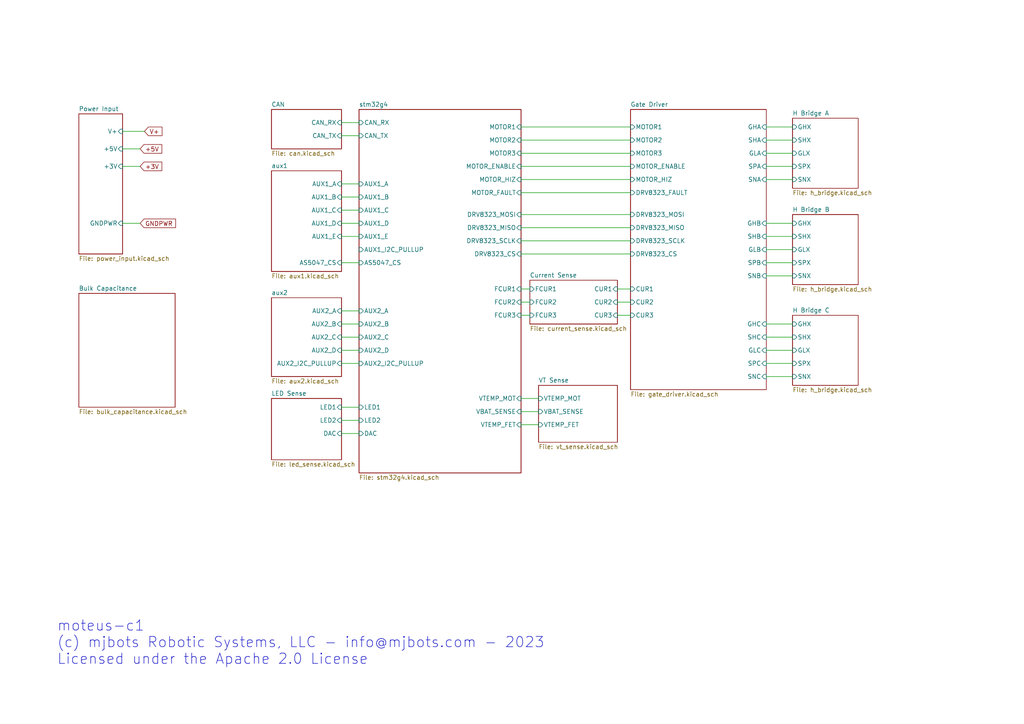
<source format=kicad_sch>
(kicad_sch (version 20230121) (generator eeschema)

  (uuid bd70986b-b0dc-4add-82aa-78459b97d0c4)

  (paper "A4")

  (title_block
    (title "moteus-c1")
    (rev "1.1")
  )

  (lib_symbols
  )


  (wire (pts (xy 222.25 40.64) (xy 229.87 40.64))
    (stroke (width 0) (type default))
    (uuid 0453d13e-9080-4435-bba4-fa9a0ddcebb0)
  )
  (wire (pts (xy 222.25 72.39) (xy 229.87 72.39))
    (stroke (width 0) (type default))
    (uuid 06cebf6d-32e3-4fe3-944f-1dadb524f351)
  )
  (wire (pts (xy 99.06 125.73) (xy 104.14 125.73))
    (stroke (width 0) (type default))
    (uuid 0782cdb1-943c-40e4-8735-cf8a0a43bf93)
  )
  (wire (pts (xy 222.25 101.6) (xy 229.87 101.6))
    (stroke (width 0) (type default))
    (uuid 1033ac11-18b4-4320-97dd-9f009dcd35e6)
  )
  (wire (pts (xy 151.13 91.44) (xy 153.67 91.44))
    (stroke (width 0) (type default))
    (uuid 1865345f-fe97-471a-9109-72d0ada36363)
  )
  (wire (pts (xy 99.06 53.34) (xy 104.14 53.34))
    (stroke (width 0) (type default))
    (uuid 1ec38ec3-0093-4da9-b03a-57f768c9a937)
  )
  (wire (pts (xy 222.25 36.83) (xy 229.87 36.83))
    (stroke (width 0) (type default))
    (uuid 24001307-4503-463f-9e64-b03ff696eac6)
  )
  (wire (pts (xy 151.13 40.64) (xy 182.88 40.64))
    (stroke (width 0) (type default))
    (uuid 2c766db2-a1c1-4d45-882e-6e2b971b0721)
  )
  (wire (pts (xy 179.07 91.44) (xy 182.88 91.44))
    (stroke (width 0) (type default))
    (uuid 33b92c91-c855-4ed8-a118-03f490120128)
  )
  (wire (pts (xy 222.25 48.26) (xy 229.87 48.26))
    (stroke (width 0) (type default))
    (uuid 3697ced4-034c-4d38-9978-7841bc5ec705)
  )
  (wire (pts (xy 151.13 36.83) (xy 182.88 36.83))
    (stroke (width 0) (type default))
    (uuid 37eacf1f-e12b-449f-be81-415a3cf7c255)
  )
  (wire (pts (xy 99.06 64.77) (xy 104.14 64.77))
    (stroke (width 0) (type default))
    (uuid 3b070ee2-69ea-4a8e-8387-bce930f11d2c)
  )
  (wire (pts (xy 99.06 60.96) (xy 104.14 60.96))
    (stroke (width 0) (type default))
    (uuid 3c6cdbdd-80a6-4106-a104-ecf2b8dcdc78)
  )
  (wire (pts (xy 151.13 87.63) (xy 153.67 87.63))
    (stroke (width 0) (type default))
    (uuid 41888145-369c-4744-af8a-6f546c2f535e)
  )
  (wire (pts (xy 222.25 109.22) (xy 229.87 109.22))
    (stroke (width 0) (type default))
    (uuid 4206b13f-87f6-4911-a518-70be2f7bf3b6)
  )
  (wire (pts (xy 222.25 64.77) (xy 229.87 64.77))
    (stroke (width 0) (type default))
    (uuid 43830f74-4b7a-41f1-a6fd-b5d139b546fe)
  )
  (wire (pts (xy 35.56 64.77) (xy 40.64 64.77))
    (stroke (width 0) (type default))
    (uuid 463da0ce-dcdb-40a9-9496-18c3ea487abf)
  )
  (wire (pts (xy 179.07 87.63) (xy 182.88 87.63))
    (stroke (width 0) (type default))
    (uuid 481e7171-3215-4a72-925a-c2c2e16bec08)
  )
  (wire (pts (xy 99.06 97.79) (xy 104.14 97.79))
    (stroke (width 0) (type default))
    (uuid 4bccdd40-a79b-4a84-9488-170b62bc37aa)
  )
  (wire (pts (xy 151.13 83.82) (xy 153.67 83.82))
    (stroke (width 0) (type default))
    (uuid 4d9100c2-9bbc-45c4-beb1-738fa3de1d21)
  )
  (wire (pts (xy 222.25 97.79) (xy 229.87 97.79))
    (stroke (width 0) (type default))
    (uuid 4e3b4b01-870a-4a40-8b1d-bd18afe20538)
  )
  (wire (pts (xy 99.06 39.37) (xy 104.14 39.37))
    (stroke (width 0) (type default))
    (uuid 4e9818c5-7afe-4557-93db-958cbe51a646)
  )
  (wire (pts (xy 99.06 93.98) (xy 104.14 93.98))
    (stroke (width 0) (type default))
    (uuid 4f6fa7af-a5fb-43de-b5a2-553fa64204bf)
  )
  (wire (pts (xy 99.06 76.2) (xy 104.14 76.2))
    (stroke (width 0) (type default))
    (uuid 53d35f48-69dd-4635-80ca-a660570cf0ad)
  )
  (wire (pts (xy 222.25 93.98) (xy 229.87 93.98))
    (stroke (width 0) (type default))
    (uuid 599dc9c1-f4f2-4c7a-9e70-5695e720f4be)
  )
  (wire (pts (xy 99.06 101.6) (xy 104.14 101.6))
    (stroke (width 0) (type default))
    (uuid 5ffd32fc-61c8-4e9c-bb5f-3b8d9b302d51)
  )
  (wire (pts (xy 222.25 80.01) (xy 229.87 80.01))
    (stroke (width 0) (type default))
    (uuid 66322f1e-d1e0-4ec7-81b9-3a270ade5f8c)
  )
  (wire (pts (xy 99.06 121.92) (xy 104.14 121.92))
    (stroke (width 0) (type default))
    (uuid 70ced2b9-d0e8-48c2-ba0a-334ea6d8527e)
  )
  (wire (pts (xy 222.25 44.45) (xy 229.87 44.45))
    (stroke (width 0) (type default))
    (uuid 764fc7a8-bd12-4cc1-8ba1-5aff1b2b240b)
  )
  (wire (pts (xy 179.07 83.82) (xy 182.88 83.82))
    (stroke (width 0) (type default))
    (uuid 796052cc-1a7f-4514-98b6-70235abdc736)
  )
  (wire (pts (xy 40.64 43.18) (xy 35.56 43.18))
    (stroke (width 0) (type default))
    (uuid 7a8aadcc-5b3d-488b-9981-a84a479324f6)
  )
  (wire (pts (xy 222.25 52.07) (xy 229.87 52.07))
    (stroke (width 0) (type default))
    (uuid 7c61daa9-f799-456f-aa33-deedbfa81e41)
  )
  (wire (pts (xy 222.25 76.2) (xy 229.87 76.2))
    (stroke (width 0) (type default))
    (uuid 844bbc3c-0f96-4d71-8729-f785ceede3ba)
  )
  (wire (pts (xy 99.06 90.17) (xy 104.14 90.17))
    (stroke (width 0) (type default))
    (uuid 869587b4-4881-478f-87cc-752617f71beb)
  )
  (wire (pts (xy 151.13 55.88) (xy 182.88 55.88))
    (stroke (width 0) (type default))
    (uuid 89048943-3ced-45eb-a09b-1b1c89518b0b)
  )
  (wire (pts (xy 151.13 115.57) (xy 156.21 115.57))
    (stroke (width 0) (type default))
    (uuid 8cb62fdb-6ac5-4472-9cd8-cfded8ae8821)
  )
  (wire (pts (xy 151.13 48.26) (xy 182.88 48.26))
    (stroke (width 0) (type default))
    (uuid 8d1a773c-86e9-4e11-a028-6c6e0603cc6c)
  )
  (wire (pts (xy 99.06 118.11) (xy 104.14 118.11))
    (stroke (width 0) (type default))
    (uuid 8e8b7372-6563-4416-a465-05790d18d53a)
  )
  (wire (pts (xy 151.13 62.23) (xy 182.88 62.23))
    (stroke (width 0) (type default))
    (uuid 8fa66462-4b3c-45ac-bf48-f15ee54cc6ff)
  )
  (wire (pts (xy 151.13 44.45) (xy 182.88 44.45))
    (stroke (width 0) (type default))
    (uuid 9088ed93-83bb-4519-9ee2-11879f8b914b)
  )
  (wire (pts (xy 99.06 35.56) (xy 104.14 35.56))
    (stroke (width 0) (type default))
    (uuid 931315d6-f4ac-478d-a428-b38de7e51198)
  )
  (wire (pts (xy 99.06 105.41) (xy 104.14 105.41))
    (stroke (width 0) (type default))
    (uuid 9408c1d2-8bfa-4a29-8ea1-0040de5150b0)
  )
  (wire (pts (xy 151.13 73.66) (xy 182.88 73.66))
    (stroke (width 0) (type default))
    (uuid 9cf5a255-a134-4763-929c-8318b91128be)
  )
  (wire (pts (xy 151.13 52.07) (xy 182.88 52.07))
    (stroke (width 0) (type default))
    (uuid ab89158e-aba2-44de-a418-05120789495b)
  )
  (wire (pts (xy 222.25 68.58) (xy 229.87 68.58))
    (stroke (width 0) (type default))
    (uuid b48d51bc-f669-43b6-8c37-2ef52649d2f0)
  )
  (wire (pts (xy 222.25 105.41) (xy 229.87 105.41))
    (stroke (width 0) (type default))
    (uuid b5c047f6-e70c-4f04-908a-cd6e9a92216a)
  )
  (wire (pts (xy 99.06 57.15) (xy 104.14 57.15))
    (stroke (width 0) (type default))
    (uuid bc91fbdf-b599-44b8-96ae-226361219fcf)
  )
  (wire (pts (xy 35.56 38.1) (xy 41.91 38.1))
    (stroke (width 0) (type default))
    (uuid c645c1ee-d10f-4128-b488-78b7aae92737)
  )
  (wire (pts (xy 151.13 123.19) (xy 156.21 123.19))
    (stroke (width 0) (type default))
    (uuid c71b479f-003b-4ff8-abd1-9c02abe4a90c)
  )
  (wire (pts (xy 99.06 68.58) (xy 104.14 68.58))
    (stroke (width 0) (type default))
    (uuid d2c7d05b-e2e1-4628-9e2f-9f550c4a3d62)
  )
  (wire (pts (xy 40.64 48.26) (xy 35.56 48.26))
    (stroke (width 0) (type default))
    (uuid da315b48-ff91-4de0-b484-94bca6b894c0)
  )
  (wire (pts (xy 151.13 119.38) (xy 156.21 119.38))
    (stroke (width 0) (type default))
    (uuid ed03b628-99ad-49fb-8a6a-d0df7f5c5d1d)
  )
  (wire (pts (xy 151.13 69.85) (xy 182.88 69.85))
    (stroke (width 0) (type default))
    (uuid f6009420-031e-4fc5-8440-c0e7ea54997e)
  )
  (wire (pts (xy 151.13 66.04) (xy 182.88 66.04))
    (stroke (width 0) (type default))
    (uuid ff2d98f1-52a1-4f36-89cb-d629dd695026)
  )

  (text "moteus-c1\n(c) mjbots Robotic Systems, LLC - info@mjbots.com - 2023\nLicensed under the Apache 2.0 License"
    (at 16.51 193.04 0)
    (effects (font (size 3 3)) (justify left bottom))
    (uuid e1dda6fd-0178-41ae-8fbc-01df90c7fa5a)
  )

  (global_label "+3V" (shape input) (at 40.64 48.26 0) (fields_autoplaced)
    (effects (font (size 1.27 1.27)) (justify left))
    (uuid 0add2a8d-7d75-4b82-9400-a19b1f33875f)
    (property "Intersheetrefs" "${INTERSHEET_REFS}" (at 47.4957 48.26 0)
      (effects (font (size 1.27 1.27)) (justify left) hide)
    )
  )
  (global_label "V+" (shape input) (at 41.91 38.1 0) (fields_autoplaced)
    (effects (font (size 1.27 1.27)) (justify left))
    (uuid 67f96dfa-4157-4fdb-9391-d94043ef23e9)
    (property "Intersheetrefs" "${INTERSHEET_REFS}" (at 47.5562 38.1 0)
      (effects (font (size 1.27 1.27)) (justify left) hide)
    )
  )
  (global_label "+5V" (shape input) (at 40.64 43.18 0) (fields_autoplaced)
    (effects (font (size 1.27 1.27)) (justify left))
    (uuid 6d3719a9-59ed-46ce-bdcb-f5077188ce3b)
    (property "Intersheetrefs" "${INTERSHEET_REFS}" (at 47.4957 43.18 0)
      (effects (font (size 1.27 1.27)) (justify left) hide)
    )
  )
  (global_label "GNDPWR" (shape input) (at 40.64 64.77 0) (fields_autoplaced)
    (effects (font (size 1.27 1.27)) (justify left))
    (uuid 6e68f8c3-fd1f-4ce1-8a3b-28de0a918834)
    (property "Intersheetrefs" "${INTERSHEET_REFS}" (at 51.4871 64.77 0)
      (effects (font (size 1.27 1.27)) (justify left) hide)
    )
  )

  (sheet (at 156.21 111.76) (size 22.86 16.51) (fields_autoplaced)
    (stroke (width 0.1524) (type solid))
    (fill (color 0 0 0 0.0000))
    (uuid 48d13d89-b8be-47a2-a862-a49a2f59de27)
    (property "Sheetname" "VT Sense" (at 156.21 111.0484 0)
      (effects (font (size 1.27 1.27)) (justify left bottom))
    )
    (property "Sheetfile" "vt_sense.kicad_sch" (at 156.21 128.8546 0)
      (effects (font (size 1.27 1.27)) (justify left top))
    )
    (pin "VBAT_SENSE" input (at 156.21 119.38 180)
      (effects (font (size 1.27 1.27)) (justify left))
      (uuid bbb3b8f2-9534-4eeb-9b65-d8eddf54a171)
    )
    (pin "VTEMP_FET" input (at 156.21 123.19 180)
      (effects (font (size 1.27 1.27)) (justify left))
      (uuid 29ddb265-c2e5-47df-b2a3-3d3d9f45eeb5)
    )
    (pin "VTEMP_MOT" input (at 156.21 115.57 180)
      (effects (font (size 1.27 1.27)) (justify left))
      (uuid f9c92c9e-6521-4e64-890d-03497dfa20b6)
    )
    (instances
      (project "moteus_c1"
        (path "/bd70986b-b0dc-4add-82aa-78459b97d0c4" (page "10"))
      )
    )
  )

  (sheet (at 78.74 115.57) (size 20.32 17.78) (fields_autoplaced)
    (stroke (width 0.1524) (type solid))
    (fill (color 0 0 0 0.0000))
    (uuid 54136a62-2cda-4bb6-b3b3-758464ba372d)
    (property "Sheetname" "LED Sense" (at 78.74 114.8584 0)
      (effects (font (size 1.27 1.27)) (justify left bottom))
    )
    (property "Sheetfile" "led_sense.kicad_sch" (at 78.74 133.9346 0)
      (effects (font (size 1.27 1.27)) (justify left top))
    )
    (pin "LED1" input (at 99.06 118.11 0)
      (effects (font (size 1.27 1.27)) (justify right))
      (uuid 52014f76-d07a-4d42-9dcc-359e348e63d2)
    )
    (pin "LED2" input (at 99.06 121.92 0)
      (effects (font (size 1.27 1.27)) (justify right))
      (uuid 3d783969-8eaf-44bf-9cb0-c9f481e259b3)
    )
    (pin "DAC" input (at 99.06 125.73 0)
      (effects (font (size 1.27 1.27)) (justify right))
      (uuid e9898270-2802-41e2-aed1-92397e843c02)
    )
    (instances
      (project "moteus_c1"
        (path "/bd70986b-b0dc-4add-82aa-78459b97d0c4" (page "13"))
      )
    )
  )

  (sheet (at 104.14 31.75) (size 46.99 105.41) (fields_autoplaced)
    (stroke (width 0.1524) (type solid))
    (fill (color 0 0 0 0.0000))
    (uuid 5e769ee1-ce48-46cf-88a7-f438acd37f48)
    (property "Sheetname" "stm32g4" (at 104.14 31.0384 0)
      (effects (font (size 1.27 1.27)) (justify left bottom))
    )
    (property "Sheetfile" "stm32g4.kicad_sch" (at 104.14 137.7446 0)
      (effects (font (size 1.27 1.27)) (justify left top))
    )
    (pin "MOTOR1" input (at 151.13 36.83 0)
      (effects (font (size 1.27 1.27)) (justify right))
      (uuid 70b10a71-a2e0-4954-a4d1-22aa9ee706f2)
    )
    (pin "MOTOR2" input (at 151.13 40.64 0)
      (effects (font (size 1.27 1.27)) (justify right))
      (uuid a3918b9f-bb98-4d3d-a359-83606ffa795e)
    )
    (pin "MOTOR3" input (at 151.13 44.45 0)
      (effects (font (size 1.27 1.27)) (justify right))
      (uuid 320f647b-4662-4273-9ab7-8ea6029950cb)
    )
    (pin "FCUR1" input (at 151.13 83.82 0)
      (effects (font (size 1.27 1.27)) (justify right))
      (uuid 0b64a39d-f353-4b46-9823-f94021a998cd)
    )
    (pin "FCUR2" input (at 151.13 87.63 0)
      (effects (font (size 1.27 1.27)) (justify right))
      (uuid 0614a92f-826d-43ce-babd-f4b388ad4f5c)
    )
    (pin "DAC" input (at 104.14 125.73 180)
      (effects (font (size 1.27 1.27)) (justify left))
      (uuid 4a4b986d-a676-4b7b-9a60-fb3218282e47)
    )
    (pin "AUX1_A" input (at 104.14 53.34 180)
      (effects (font (size 1.27 1.27)) (justify left))
      (uuid a27b1f1c-6a1d-49e4-9b87-01420245adbc)
    )
    (pin "VTEMP_MOT" input (at 151.13 115.57 0)
      (effects (font (size 1.27 1.27)) (justify right))
      (uuid b581ba8a-b98a-45f7-8dfc-9b74f99d3f59)
    )
    (pin "VBAT_SENSE" input (at 151.13 119.38 0)
      (effects (font (size 1.27 1.27)) (justify right))
      (uuid 981d6cda-c12b-44fa-9295-757ae7cc6947)
    )
    (pin "AUX2_B" input (at 104.14 93.98 180)
      (effects (font (size 1.27 1.27)) (justify left))
      (uuid 67889a2c-1018-4604-8628-d4a74123c04e)
    )
    (pin "AUX2_C" input (at 104.14 97.79 180)
      (effects (font (size 1.27 1.27)) (justify left))
      (uuid 6ddc16a0-38c2-46cf-b91c-e6ef3a427c96)
    )
    (pin "AUX1_C" input (at 104.14 60.96 180)
      (effects (font (size 1.27 1.27)) (justify left))
      (uuid 0f1a3287-731b-4b29-98c1-99e55d046400)
    )
    (pin "MOTOR_ENABLE" input (at 151.13 48.26 0)
      (effects (font (size 1.27 1.27)) (justify right))
      (uuid edecaf73-408c-4ae5-b7d2-88dffd5a12dc)
    )
    (pin "MOTOR_HIZ" input (at 151.13 52.07 0)
      (effects (font (size 1.27 1.27)) (justify right))
      (uuid 40c45712-b27d-4748-9ba4-bc903559b253)
    )
    (pin "AUX2_A" input (at 104.14 90.17 180)
      (effects (font (size 1.27 1.27)) (justify left))
      (uuid 1379d3fe-5875-465d-bffb-51da10eff678)
    )
    (pin "DRV8323_MOSI" input (at 151.13 62.23 0)
      (effects (font (size 1.27 1.27)) (justify right))
      (uuid b946a3ec-d305-4545-bf6f-dbb5bd44ae84)
    )
    (pin "DRV8323_MISO" input (at 151.13 66.04 0)
      (effects (font (size 1.27 1.27)) (justify right))
      (uuid a4d4cc57-8812-4745-adac-316b3088919f)
    )
    (pin "DRV8323_SCLK" input (at 151.13 69.85 0)
      (effects (font (size 1.27 1.27)) (justify right))
      (uuid a4bd8c15-cf04-4587-98f7-f1052c579b2a)
    )
    (pin "LED2" input (at 104.14 121.92 180)
      (effects (font (size 1.27 1.27)) (justify left))
      (uuid 95d6c0cf-3bd7-418e-a962-1e5190d82c69)
    )
    (pin "MOTOR_FAULT" input (at 151.13 55.88 0)
      (effects (font (size 1.27 1.27)) (justify right))
      (uuid ca9ba732-a542-4e75-af73-82a967674198)
    )
    (pin "LED1" input (at 104.14 118.11 180)
      (effects (font (size 1.27 1.27)) (justify left))
      (uuid 5a7844ef-15cb-411f-8416-633f0f23ed6a)
    )
    (pin "DRV8323_CS" input (at 151.13 73.66 0)
      (effects (font (size 1.27 1.27)) (justify right))
      (uuid f8e8da0b-0bb8-4137-a3a0-055648f6bad9)
    )
    (pin "AUX2_I2C_PULLUP" input (at 104.14 105.41 180)
      (effects (font (size 1.27 1.27)) (justify left))
      (uuid 486bf4e6-54b1-447f-b3ae-8bc8eb01547f)
    )
    (pin "AUX1_D" input (at 104.14 64.77 180)
      (effects (font (size 1.27 1.27)) (justify left))
      (uuid 605363f5-0c18-49ae-bd7b-126f26df7c05)
    )
    (pin "AS5047_CS" input (at 104.14 76.2 180)
      (effects (font (size 1.27 1.27)) (justify left))
      (uuid 766ff0cd-27bf-4478-99e6-8d3be7d90359)
    )
    (pin "AUX1_E" input (at 104.14 68.58 180)
      (effects (font (size 1.27 1.27)) (justify left))
      (uuid d8c6b48f-5e4e-42f9-a173-c5ab047468a6)
    )
    (pin "FCUR3" input (at 151.13 91.44 0)
      (effects (font (size 1.27 1.27)) (justify right))
      (uuid 035b8ab7-f6a2-402b-b947-54360fbb5b7f)
    )
    (pin "AUX1_B" input (at 104.14 57.15 180)
      (effects (font (size 1.27 1.27)) (justify left))
      (uuid b2947f30-6eab-4d95-968f-ea444871da86)
    )
    (pin "CAN_RX" input (at 104.14 35.56 180)
      (effects (font (size 1.27 1.27)) (justify left))
      (uuid 36a405e7-1f4f-4e5f-9456-2728b76ceb9e)
    )
    (pin "CAN_TX" input (at 104.14 39.37 180)
      (effects (font (size 1.27 1.27)) (justify left))
      (uuid e315c754-abdb-43a3-a2b3-715febb28294)
    )
    (pin "VTEMP_FET" input (at 151.13 123.19 0)
      (effects (font (size 1.27 1.27)) (justify right))
      (uuid ab8d41a5-2379-41c5-bf67-e3683889fbd2)
    )
    (pin "AUX2_D" input (at 104.14 101.6 180)
      (effects (font (size 1.27 1.27)) (justify left))
      (uuid 405b8ec8-1386-4b8c-b178-4c38c3bd5f3e)
    )
    (pin "AUX1_I2C_PULLUP" input (at 104.14 72.39 180)
      (effects (font (size 1.27 1.27)) (justify left))
      (uuid 31b3a625-5a12-4e02-9f3f-dc793bd4ce26)
    )
    (instances
      (project "moteus_c1"
        (path "/bd70986b-b0dc-4add-82aa-78459b97d0c4" (page "3"))
      )
    )
  )

  (sheet (at 229.87 62.23) (size 19.05 20.32) (fields_autoplaced)
    (stroke (width 0.1524) (type solid))
    (fill (color 0 0 0 0.0000))
    (uuid 84723ca0-3c55-4a96-8456-927d28db47e5)
    (property "Sheetname" "H Bridge B" (at 229.87 61.5184 0)
      (effects (font (size 1.27 1.27)) (justify left bottom))
    )
    (property "Sheetfile" "h_bridge.kicad_sch" (at 229.87 83.1346 0)
      (effects (font (size 1.27 1.27)) (justify left top))
    )
    (pin "SHX" input (at 229.87 68.58 180)
      (effects (font (size 1.27 1.27)) (justify left))
      (uuid c6675c63-31be-45e4-9072-833e423689f2)
    )
    (pin "GHX" input (at 229.87 64.77 180)
      (effects (font (size 1.27 1.27)) (justify left))
      (uuid 9457bccb-d9ab-4c1a-9996-38d8850ad9e8)
    )
    (pin "SPX" input (at 229.87 76.2 180)
      (effects (font (size 1.27 1.27)) (justify left))
      (uuid e13f62bf-8430-4a83-a6a5-a169d1c6dab0)
    )
    (pin "SNX" input (at 229.87 80.01 180)
      (effects (font (size 1.27 1.27)) (justify left))
      (uuid d9089f49-9cbd-44fd-a6e9-b8b150684293)
    )
    (pin "GLX" input (at 229.87 72.39 180)
      (effects (font (size 1.27 1.27)) (justify left))
      (uuid b5408892-1a1c-48a6-9e11-af4703d58c75)
    )
    (instances
      (project "moteus_c1"
        (path "/bd70986b-b0dc-4add-82aa-78459b97d0c4" (page "6"))
      )
    )
  )

  (sheet (at 22.86 85.09) (size 27.94 33.02) (fields_autoplaced)
    (stroke (width 0.1524) (type solid))
    (fill (color 0 0 0 0.0000))
    (uuid 87da30b6-f12f-4b45-8295-412e1241022b)
    (property "Sheetname" "Bulk Capacitance" (at 22.86 84.3784 0)
      (effects (font (size 1.27 1.27)) (justify left bottom))
    )
    (property "Sheetfile" "bulk_capacitance.kicad_sch" (at 22.86 118.6946 0)
      (effects (font (size 1.27 1.27)) (justify left top))
    )
    (instances
      (project "moteus_c1"
        (path "/bd70986b-b0dc-4add-82aa-78459b97d0c4" (page "14"))
      )
    )
  )

  (sheet (at 229.87 91.44) (size 19.05 20.32) (fields_autoplaced)
    (stroke (width 0.1524) (type solid))
    (fill (color 0 0 0 0.0000))
    (uuid 925a84d2-19c0-462d-bae4-aa3034c06df6)
    (property "Sheetname" "H Bridge C" (at 229.87 90.7284 0)
      (effects (font (size 1.27 1.27)) (justify left bottom))
    )
    (property "Sheetfile" "h_bridge.kicad_sch" (at 229.87 112.3446 0)
      (effects (font (size 1.27 1.27)) (justify left top))
    )
    (pin "SHX" input (at 229.87 97.79 180)
      (effects (font (size 1.27 1.27)) (justify left))
      (uuid da7b01af-2d6b-4bef-8fd9-d3aef9cb7b42)
    )
    (pin "GHX" input (at 229.87 93.98 180)
      (effects (font (size 1.27 1.27)) (justify left))
      (uuid a2669cb3-7fcf-4b73-b3e8-74851dda05b5)
    )
    (pin "SPX" input (at 229.87 105.41 180)
      (effects (font (size 1.27 1.27)) (justify left))
      (uuid 74cd9d0c-7475-4fa0-963d-cac619f13b8e)
    )
    (pin "SNX" input (at 229.87 109.22 180)
      (effects (font (size 1.27 1.27)) (justify left))
      (uuid 7f2ac8ac-023e-482b-9e2b-a5521ccb53a7)
    )
    (pin "GLX" input (at 229.87 101.6 180)
      (effects (font (size 1.27 1.27)) (justify left))
      (uuid cb3158f0-f0e0-4b21-8273-f415b0a53b42)
    )
    (instances
      (project "moteus_c1"
        (path "/bd70986b-b0dc-4add-82aa-78459b97d0c4" (page "7"))
      )
    )
  )

  (sheet (at 78.74 86.36) (size 20.32 22.86) (fields_autoplaced)
    (stroke (width 0.1524) (type solid))
    (fill (color 0 0 0 0.0000))
    (uuid acdbdec5-9b31-4472-ad9c-e25ff8f3815b)
    (property "Sheetname" "aux2" (at 78.74 85.6484 0)
      (effects (font (size 1.27 1.27)) (justify left bottom))
    )
    (property "Sheetfile" "aux2.kicad_sch" (at 78.74 109.8046 0)
      (effects (font (size 1.27 1.27)) (justify left top))
    )
    (pin "AUX2_A" input (at 99.06 90.17 0)
      (effects (font (size 1.27 1.27)) (justify right))
      (uuid bf0c5ac7-e1da-40bf-be5b-fd5cf04f522c)
    )
    (pin "AUX2_D" input (at 99.06 101.6 0)
      (effects (font (size 1.27 1.27)) (justify right))
      (uuid 96ecb92a-1ee2-4d17-b0c7-c1d08a2c4183)
    )
    (pin "AUX2_C" input (at 99.06 97.79 0)
      (effects (font (size 1.27 1.27)) (justify right))
      (uuid 1420074e-547b-44a0-9943-9ab6fd61b86a)
    )
    (pin "AUX2_B" input (at 99.06 93.98 0)
      (effects (font (size 1.27 1.27)) (justify right))
      (uuid 7ff80d0e-df2e-4b69-b91b-f61fdf2c9d7c)
    )
    (pin "AUX2_I2C_PULLUP" input (at 99.06 105.41 0)
      (effects (font (size 1.27 1.27)) (justify right))
      (uuid 1f11fc10-4685-4ebe-9571-0596cbb48a80)
    )
    (instances
      (project "moteus_c1"
        (path "/bd70986b-b0dc-4add-82aa-78459b97d0c4" (page "11"))
      )
    )
  )

  (sheet (at 153.67 81.28) (size 25.4 12.7) (fields_autoplaced)
    (stroke (width 0.1524) (type solid))
    (fill (color 0 0 0 0.0000))
    (uuid adfb1ba9-8cbb-4111-b231-612817615ad7)
    (property "Sheetname" "Current Sense" (at 153.67 80.5684 0)
      (effects (font (size 1.27 1.27)) (justify left bottom))
    )
    (property "Sheetfile" "current_sense.kicad_sch" (at 153.67 94.5646 0)
      (effects (font (size 1.27 1.27)) (justify left top))
    )
    (pin "CUR3" input (at 179.07 91.44 0)
      (effects (font (size 1.27 1.27)) (justify right))
      (uuid ddb6cf6d-ff5d-4606-88d3-f6475f2656c0)
    )
    (pin "CUR2" input (at 179.07 87.63 0)
      (effects (font (size 1.27 1.27)) (justify right))
      (uuid d9a31b58-e696-46f0-be42-5b4f7feb43dc)
    )
    (pin "CUR1" input (at 179.07 83.82 0)
      (effects (font (size 1.27 1.27)) (justify right))
      (uuid 1abaafd8-95c8-4802-ae61-b4e0896f9237)
    )
    (pin "FCUR1" input (at 153.67 83.82 180)
      (effects (font (size 1.27 1.27)) (justify left))
      (uuid 1fb7c95f-53b0-4e00-a52d-3dd6b651e86a)
    )
    (pin "FCUR3" input (at 153.67 91.44 180)
      (effects (font (size 1.27 1.27)) (justify left))
      (uuid 8af399a1-f321-4e0b-854e-5bcf5161bfdb)
    )
    (pin "FCUR2" input (at 153.67 87.63 180)
      (effects (font (size 1.27 1.27)) (justify left))
      (uuid b2faca98-51d0-4a25-bbe9-fe26b738774d)
    )
    (instances
      (project "moteus_c1"
        (path "/bd70986b-b0dc-4add-82aa-78459b97d0c4" (page "8"))
      )
    )
  )

  (sheet (at 182.88 31.75) (size 39.37 81.28) (fields_autoplaced)
    (stroke (width 0.1524) (type solid))
    (fill (color 0 0 0 0.0000))
    (uuid b408431b-0e42-4242-b4c3-a4965027c029)
    (property "Sheetname" "Gate Driver" (at 182.88 31.0384 0)
      (effects (font (size 1.27 1.27)) (justify left bottom))
    )
    (property "Sheetfile" "gate_driver.kicad_sch" (at 182.88 113.6146 0)
      (effects (font (size 1.27 1.27)) (justify left top))
    )
    (pin "GHA" input (at 222.25 36.83 0)
      (effects (font (size 1.27 1.27)) (justify right))
      (uuid de107f88-6b2a-4381-a423-850a0ebab33c)
    )
    (pin "SHA" input (at 222.25 40.64 0)
      (effects (font (size 1.27 1.27)) (justify right))
      (uuid d47b3e22-e455-4548-a10b-c7a6f0503104)
    )
    (pin "GLA" input (at 222.25 44.45 0)
      (effects (font (size 1.27 1.27)) (justify right))
      (uuid d22ae9dc-3622-4353-9cfc-54d15b3ef5d3)
    )
    (pin "GHC" input (at 222.25 93.98 0)
      (effects (font (size 1.27 1.27)) (justify right))
      (uuid f310ee8e-d47e-4c4f-9726-bf38928c9976)
    )
    (pin "SHC" input (at 222.25 97.79 0)
      (effects (font (size 1.27 1.27)) (justify right))
      (uuid 54fae1f4-930f-4ff3-bc99-3d838d276746)
    )
    (pin "GHB" input (at 222.25 64.77 0)
      (effects (font (size 1.27 1.27)) (justify right))
      (uuid 49477106-abb4-4cd7-b41f-a7826e64fdf4)
    )
    (pin "SHB" input (at 222.25 68.58 0)
      (effects (font (size 1.27 1.27)) (justify right))
      (uuid 1274d28a-1620-4841-83fa-d714178bee8d)
    )
    (pin "GLB" input (at 222.25 72.39 0)
      (effects (font (size 1.27 1.27)) (justify right))
      (uuid ea50343b-229e-4143-b7c4-0abc3ddb73c9)
    )
    (pin "MOTOR2" input (at 182.88 40.64 180)
      (effects (font (size 1.27 1.27)) (justify left))
      (uuid d6395815-ad59-496b-91a2-376a1d3ac1b5)
    )
    (pin "MOTOR_HIZ" input (at 182.88 52.07 180)
      (effects (font (size 1.27 1.27)) (justify left))
      (uuid 0da09653-0688-4f91-a115-42a9d66d633e)
    )
    (pin "MOTOR1" input (at 182.88 36.83 180)
      (effects (font (size 1.27 1.27)) (justify left))
      (uuid 716be231-f9f7-4959-a61c-ef5017d3a47a)
    )
    (pin "MOTOR_ENABLE" input (at 182.88 48.26 180)
      (effects (font (size 1.27 1.27)) (justify left))
      (uuid b6b4bc8b-ecee-4c2f-8ef3-c000603ba82e)
    )
    (pin "MOTOR3" input (at 182.88 44.45 180)
      (effects (font (size 1.27 1.27)) (justify left))
      (uuid d29f4440-2029-4555-874f-28236e85335a)
    )
    (pin "DRV8323_MISO" input (at 182.88 66.04 180)
      (effects (font (size 1.27 1.27)) (justify left))
      (uuid e26a031a-aa1b-4a04-ac6a-bd23f7ec769d)
    )
    (pin "DRV8323_MOSI" input (at 182.88 62.23 180)
      (effects (font (size 1.27 1.27)) (justify left))
      (uuid b9b7185b-c2fe-4904-9f17-a4f39fea0b46)
    )
    (pin "DRV8323_SCLK" input (at 182.88 69.85 180)
      (effects (font (size 1.27 1.27)) (justify left))
      (uuid 4baf0474-8408-44be-a516-f9bf770dbab5)
    )
    (pin "DRV8323_CS" input (at 182.88 73.66 180)
      (effects (font (size 1.27 1.27)) (justify left))
      (uuid ebc4ce5d-a907-4470-8079-a1c853ce29a8)
    )
    (pin "DRV8323_FAULT" input (at 182.88 55.88 180)
      (effects (font (size 1.27 1.27)) (justify left))
      (uuid 63152836-030f-4e1e-b552-da2b41fad633)
    )
    (pin "CUR1" input (at 182.88 83.82 180)
      (effects (font (size 1.27 1.27)) (justify left))
      (uuid 8ca1aa6d-a65e-42e5-adee-8b41d04e5975)
    )
    (pin "CUR2" input (at 182.88 87.63 180)
      (effects (font (size 1.27 1.27)) (justify left))
      (uuid 0c8c85e5-b3d7-45ff-946e-d9fc0cf02615)
    )
    (pin "CUR3" input (at 182.88 91.44 180)
      (effects (font (size 1.27 1.27)) (justify left))
      (uuid a64c81f2-13ef-4f0a-aa36-866da43a0c53)
    )
    (pin "SNA" input (at 222.25 52.07 0)
      (effects (font (size 1.27 1.27)) (justify right))
      (uuid d01ac95d-d9e5-4537-a026-7fe8b8e19ef1)
    )
    (pin "GLC" input (at 222.25 101.6 0)
      (effects (font (size 1.27 1.27)) (justify right))
      (uuid 63278131-4a9b-4254-8b9e-401d2572cfcf)
    )
    (pin "SPC" input (at 222.25 105.41 0)
      (effects (font (size 1.27 1.27)) (justify right))
      (uuid dc116be9-82f6-417f-93ce-3ed586b1e6fe)
    )
    (pin "SNC" input (at 222.25 109.22 0)
      (effects (font (size 1.27 1.27)) (justify right))
      (uuid 031ea14c-ff43-436b-9cee-0bbda34decd2)
    )
    (pin "SPB" input (at 222.25 76.2 0)
      (effects (font (size 1.27 1.27)) (justify right))
      (uuid 4da9fd8b-722a-4f2a-b678-03732bcae1f6)
    )
    (pin "SNB" input (at 222.25 80.01 0)
      (effects (font (size 1.27 1.27)) (justify right))
      (uuid d5111ac4-8367-4ea2-abf7-27049a39ed45)
    )
    (pin "SPA" input (at 222.25 48.26 0)
      (effects (font (size 1.27 1.27)) (justify right))
      (uuid e48fe514-637c-41a1-b0fb-8d47d3bb6d3b)
    )
    (instances
      (project "moteus_c1"
        (path "/bd70986b-b0dc-4add-82aa-78459b97d0c4" (page "4"))
      )
    )
  )

  (sheet (at 78.74 31.75) (size 20.32 11.43) (fields_autoplaced)
    (stroke (width 0.1524) (type solid))
    (fill (color 0 0 0 0.0000))
    (uuid cf7fb73e-e679-40b6-8bcc-ee7cd8d392ee)
    (property "Sheetname" "CAN" (at 78.74 31.0384 0)
      (effects (font (size 1.27 1.27)) (justify left bottom))
    )
    (property "Sheetfile" "can.kicad_sch" (at 78.74 43.7646 0)
      (effects (font (size 1.27 1.27)) (justify left top))
    )
    (pin "CAN_TX" input (at 99.06 39.37 0)
      (effects (font (size 1.27 1.27)) (justify right))
      (uuid edb4f3e3-162c-43ff-8a11-a1a9845f2c3a)
    )
    (pin "CAN_RX" input (at 99.06 35.56 0)
      (effects (font (size 1.27 1.27)) (justify right))
      (uuid e18a870b-8b6c-4a17-8f68-c46a92bc10c7)
    )
    (instances
      (project "moteus_c1"
        (path "/bd70986b-b0dc-4add-82aa-78459b97d0c4" (page "9"))
      )
    )
  )

  (sheet (at 22.86 33.02) (size 12.7 40.64) (fields_autoplaced)
    (stroke (width 0.1524) (type solid))
    (fill (color 0 0 0 0.0000))
    (uuid d4e0661f-9fe0-45a1-bd14-699222e26efc)
    (property "Sheetname" "Power Input" (at 22.86 32.3084 0)
      (effects (font (size 1.27 1.27)) (justify left bottom))
    )
    (property "Sheetfile" "power_input.kicad_sch" (at 22.86 74.2446 0)
      (effects (font (size 1.27 1.27)) (justify left top))
    )
    (pin "V+" input (at 35.56 38.1 0)
      (effects (font (size 1.27 1.27)) (justify right))
      (uuid 3315bbfb-673e-4fbd-81bb-b4b115acf616)
    )
    (pin "+5V" input (at 35.56 43.18 0)
      (effects (font (size 1.27 1.27)) (justify right))
      (uuid 37234f52-e3a0-4798-9e04-d9efc6120085)
    )
    (pin "+3V" input (at 35.56 48.26 0)
      (effects (font (size 1.27 1.27)) (justify right))
      (uuid 27289056-5a6c-49f4-9efb-83e67da0f9e2)
    )
    (pin "GNDPWR" input (at 35.56 64.77 0)
      (effects (font (size 1.27 1.27)) (justify right))
      (uuid 5ffde5e1-2752-4d94-904d-b0f938c21e35)
    )
    (instances
      (project "moteus_c1"
        (path "/bd70986b-b0dc-4add-82aa-78459b97d0c4" (page "2"))
      )
    )
  )

  (sheet (at 229.87 34.29) (size 19.05 20.32) (fields_autoplaced)
    (stroke (width 0.1524) (type solid))
    (fill (color 0 0 0 0.0000))
    (uuid e54c5578-fae3-4911-a296-59c945d84f23)
    (property "Sheetname" "H Bridge A" (at 229.87 33.5784 0)
      (effects (font (size 1.27 1.27)) (justify left bottom))
    )
    (property "Sheetfile" "h_bridge.kicad_sch" (at 229.87 55.1946 0)
      (effects (font (size 1.27 1.27)) (justify left top))
    )
    (pin "SHX" input (at 229.87 40.64 180)
      (effects (font (size 1.27 1.27)) (justify left))
      (uuid ac57868a-c6c5-4c18-a849-d78622bb7469)
    )
    (pin "GHX" input (at 229.87 36.83 180)
      (effects (font (size 1.27 1.27)) (justify left))
      (uuid d1ff1c28-b0b0-4529-a553-aebc169a58e8)
    )
    (pin "SPX" input (at 229.87 48.26 180)
      (effects (font (size 1.27 1.27)) (justify left))
      (uuid 3d31cbe6-a25a-400b-9e77-f43739d47b7c)
    )
    (pin "SNX" input (at 229.87 52.07 180)
      (effects (font (size 1.27 1.27)) (justify left))
      (uuid eb9a9772-2a95-4842-9b9c-5907d712a56a)
    )
    (pin "GLX" input (at 229.87 44.45 180)
      (effects (font (size 1.27 1.27)) (justify left))
      (uuid d45dd5eb-8cac-4c3a-8616-b1187d73ab1a)
    )
    (instances
      (project "moteus_c1"
        (path "/bd70986b-b0dc-4add-82aa-78459b97d0c4" (page "5"))
      )
    )
  )

  (sheet (at 78.74 49.53) (size 20.32 29.21) (fields_autoplaced)
    (stroke (width 0.1524) (type solid))
    (fill (color 0 0 0 0.0000))
    (uuid f5ff11e6-5190-457d-9619-daef82e4425b)
    (property "Sheetname" "aux1" (at 78.74 48.8184 0)
      (effects (font (size 1.27 1.27)) (justify left bottom))
    )
    (property "Sheetfile" "aux1.kicad_sch" (at 78.74 79.3246 0)
      (effects (font (size 1.27 1.27)) (justify left top))
    )
    (pin "AUX1_C" input (at 99.06 60.96 0)
      (effects (font (size 1.27 1.27)) (justify right))
      (uuid d9b8cfff-275a-4287-9989-4fc501135716)
    )
    (pin "AS5047_CS" input (at 99.06 76.2 0)
      (effects (font (size 1.27 1.27)) (justify right))
      (uuid bb81e9e2-6951-4793-b17d-2a6152bb5dbc)
    )
    (pin "AUX1_A" input (at 99.06 53.34 0)
      (effects (font (size 1.27 1.27)) (justify right))
      (uuid 9c1fc944-d8ba-4605-a35b-694a6356eda5)
    )
    (pin "AUX1_B" input (at 99.06 57.15 0)
      (effects (font (size 1.27 1.27)) (justify right))
      (uuid 798d5e26-c624-4c71-972c-b27f1d360db6)
    )
    (pin "AUX1_D" input (at 99.06 64.77 0)
      (effects (font (size 1.27 1.27)) (justify right))
      (uuid 42b84bc0-7f44-4450-aa5e-2043b7252929)
    )
    (pin "AUX1_E" input (at 99.06 68.58 0)
      (effects (font (size 1.27 1.27)) (justify right))
      (uuid 1d323e35-1d1c-4605-96cc-4f8bf27a31c9)
    )
    (instances
      (project "moteus_c1"
        (path "/bd70986b-b0dc-4add-82aa-78459b97d0c4" (page "12"))
      )
    )
  )

  (sheet_instances
    (path "/" (page "1"))
  )
)

</source>
